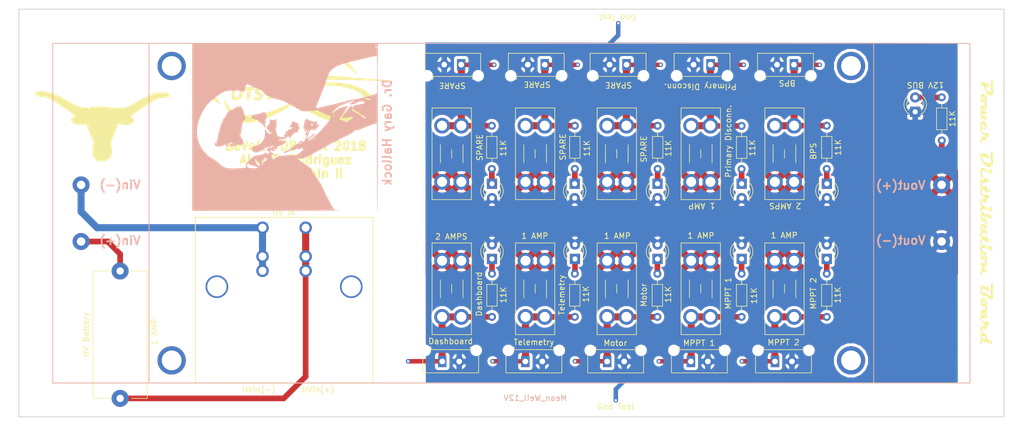
<source format=kicad_pcb>
(kicad_pcb (version 20171130) (host pcbnew "(5.0.0)")
  (layers (0 F.Cu signal) (31 B.Cu power) (34 B.Paste user) (35 F.Paste user) (36 B.SilkS user) (37 F.SilkS user) (38 B.Mask user) (39 F.Mask user) (44 Edge.Cuts user))
  (net 0 "")
  (net 1 "Net-(D1-Pad1)")
  (net 2 "Net-(F1-Pad1)")
  (net 3 "Net-(F1-Pad2)")
  (net 4 "Net-(J1-Pad1)")
  (net 5 /DC+)
  (net 6 "Net-(D1-Pad2)")
  (net 7 "Net-(D2-Pad2)")
  (net 8 "Net-(D3-Pad2)")
  (net 9 "Net-(D4-Pad2)")
  (net 10 "Net-(D5-Pad2)")
  (net 11 "Net-(D6-Pad2)")
  (net 12 "Net-(D7-Pad2)")
  (net 13 "Net-(D8-Pad2)")
  (net 14 "Net-(D9-Pad2)")
  (net 15 "Net-(D10-Pad2)")
  (net 16 "Net-(D11-Pad2)")
  (net 17 "Net-(F2-Pad2)")
  (net 18 "Net-(F3-Pad2)")
  (net 19 "Net-(F4-Pad2)")
  (net 20 "Net-(F5-Pad2)")
  (net 21 "Net-(F6-Pad2)")
  (net 22 "Net-(F7-Pad2)")
  (net 23 "Net-(F8-Pad2)")
  (net 24 "Net-(F9-Pad2)")
  (net 25 "Net-(F10-Pad2)")
  (net 26 "Net-(F11-Pad2)")
  (module "Power Board Parts:Longhorn" (layer F.Cu) (at 65.7098 75.5904)
    (fp_text reference G*** hide)
    (fp_text value LOGO hide)
  )
  (module "Power Board Parts:PhoenixContact_PC_2-GF_2x7.62" (layer F.Cu) (at 94.03588 93.59392)
    (fp_text reference J1)
    (fp_text value "HV in" (at 3.7592 -2.6416) (layer F.SilkS))
    (pad "" np_thru_hole circle (at 15.68 10.42) (size 4 4) (drill 3.4) (layers *.Cu *.Mask))
    (pad "" np_thru_hole circle (at -8.06 10.42) (size 4 4) (drill 3.4) (layers *.Cu *.Mask))
    (pad 2 thru_hole circle (at 7.62 7.62) (size 2.2 2.2) (drill 1.4) (layers *.Cu *.Mask) (net 3 "Net-(F1-Pad2)"))
    (pad 2 thru_hole circle (at 7.62 5.08) (size 2.2 2.2) (drill 1.4) (layers *.Cu *.Mask) (net 3 "Net-(F1-Pad2)"))
    (pad 1 thru_hole circle (at 0 7.62) (size 2.2 2.2) (drill 1.4) (layers *.Cu *.Mask) (net 4 "Net-(J1-Pad1)"))
    (pad 1 thru_hole circle (at 0 5.08) (size 2.2 2.2) (drill 1.4) (layers *.Cu *.Mask) (net 4 "Net-(J1-Pad1)"))
    (pad 2 thru_hole circle (at 7.62 0) (size 2.2 2.2) (drill 1.4) (layers *.Cu *.Mask) (net 3 "Net-(F1-Pad2)"))
    (pad 1 thru_hole circle (at 0 0) (size 2.2 2.2) (drill 1.4) (layers *.Cu *.Mask) (net 4 "Net-(J1-Pad1)"))
  )
  (module "Power Board Parts:Hallock" (layer B.Cu) (at 97.9678 75.7936 270)
    (fp_text reference G*** hide)
    (fp_text value LOGO hide)
  )
  (module "Power Board Parts:DC-DC Converter 12V" (layer B.Cu) (at 73.9902 121.031)
    (fp_text reference U1)
    (fp_text value Mean_Well_12V (at 68.2244 2.6416) (layer B.SilkS) (effects (justify mirror)))
    (pad 2 thru_hole circle (at -12 -35) (size 3 3) (drill 1.5) (layers *.Cu *.Mask) (net 4 "Net-(J1-Pad1)"))
    (pad 1 thru_hole circle (at -12 -25) (size 3 3) (drill 1.5) (layers *.Cu *.Mask) (net 2 "Net-(F1-Pad1)"))
    (pad "" np_thru_hole circle (at 124 -56) (size 5 5) (drill 3.5) (layers *.Cu *.Mask))
    (pad "" np_thru_hole circle (at 4 -4) (size 5 5) (drill 3.5) (layers *.Cu *.Mask))
    (pad "" np_thru_hole circle (at 4 -56) (size 5 5) (drill 3.5) (layers *.Cu *.Mask))
    (pad "" np_thru_hole circle (at 124 -4) (size 5 5) (drill 3.5) (layers *.Cu *.Mask))
    (pad 3 thru_hole circle (at 140 -35) (size 3 3) (drill 1.5) (layers *.Cu *.Mask) (net 5 /DC+))
    (pad 4 thru_hole circle (at 140 -25) (size 3 3) (drill 1.5) (layers *.Cu *.Mask) (net 1 "Net-(D1-Pad1)"))
  )
  (module "Power Board Parts:Logo" (layer F.Cu) (at 99.6696 68.6054)
    (fp_text reference G*** hide)
    (fp_text value LOGO hide)
  )
  (module MountingHole:MountingHole_3.7mm (layer F.Cu) (at 55.00624 58.92292)
    (fp_text reference REF**)
    (fp_text value MountingHole_3mm)
    (pad "" np_thru_hole circle (at 0 0) (size 3 3) (drill 3) (layers *.Cu *.Mask))
  )
  (module MountingHole:MountingHole_3.7mm (layer F.Cu) (at 221.14764 58.92292)
    (fp_text reference REF**)
    (fp_text value MountingHole_3mm)
    (pad "" np_thru_hole circle (at 0 0) (size 3 3) (drill 3) (layers *.Cu *.Mask))
  )
  (module MountingHole:MountingHole_3.7mm (layer F.Cu) (at 221.22384 122.90044)
    (fp_text reference REF**)
    (fp_text value MountingHole_3mm)
    (pad "" np_thru_hole circle (at 0 0) (size 3 3) (drill 3) (layers *.Cu *.Mask))
  )
  (module MountingHole:MountingHole_3.7mm (layer F.Cu) (at 55.00624 122.90044)
    (fp_text reference REF**)
    (fp_text value MountingHole_3mm)
    (pad "" np_thru_hole circle (at 0 0) (size 3 3) (drill 3) (layers *.Cu *.Mask))
  )
  (module Resistor_THT:R_Axial_DIN0204_L3.6mm_D1.6mm_P7.62mm_Horizontal (layer F.Cu) (at 134.5692 109.347 90)
    (fp_text reference R1)
    (fp_text value 11K (at 3.8608 2.0066 90) (layer F.SilkS))
    (pad 2 thru_hole oval (at 7.62 0 90) (size 1.4 1.4) (drill 0.7) (layers *.Cu *.Mask) (net 6 "Net-(D1-Pad2)"))
    (pad 1 thru_hole circle (at 0 0 90) (size 1.4 1.4) (drill 0.7) (layers *.Cu *.Mask) (net 17 "Net-(F2-Pad2)"))
  )
  (module Resistor_THT:R_Axial_DIN0204_L3.6mm_D1.6mm_P7.62mm_Horizontal (layer F.Cu) (at 149.1996 109.347 90)
    (fp_text reference R2)
    (fp_text value 11K (at 4.0132 1.9558 90) (layer F.SilkS))
    (pad 1 thru_hole circle (at 0 0 90) (size 1.4 1.4) (drill 0.7) (layers *.Cu *.Mask) (net 18 "Net-(F3-Pad2)"))
    (pad 2 thru_hole oval (at 7.62 0 90) (size 1.4 1.4) (drill 0.7) (layers *.Cu *.Mask) (net 7 "Net-(D2-Pad2)"))
  )
  (module Resistor_THT:R_Axial_DIN0204_L3.6mm_D1.6mm_P7.62mm_Horizontal (layer F.Cu) (at 163.7792 109.347 90)
    (fp_text reference R3)
    (fp_text value 11K (at 3.9624 1.905 90) (layer F.SilkS))
    (pad 2 thru_hole oval (at 7.62 0 90) (size 1.4 1.4) (drill 0.7) (layers *.Cu *.Mask) (net 8 "Net-(D3-Pad2)"))
    (pad 1 thru_hole circle (at 0 0 90) (size 1.4 1.4) (drill 0.7) (layers *.Cu *.Mask) (net 19 "Net-(F4-Pad2)"))
  )
  (module Resistor_THT:R_Axial_DIN0204_L3.6mm_D1.6mm_P7.62mm_Horizontal (layer F.Cu) (at 178.6636 109.347 90)
    (fp_text reference R4)
    (fp_text value 11K (at 3.7338 2.1844 90) (layer F.SilkS))
    (pad 1 thru_hole circle (at 0 0 90) (size 1.4 1.4) (drill 0.7) (layers *.Cu *.Mask) (net 20 "Net-(F5-Pad2)"))
    (pad 2 thru_hole oval (at 7.62 0 90) (size 1.4 1.4) (drill 0.7) (layers *.Cu *.Mask) (net 9 "Net-(D4-Pad2)"))
  )
  (module Resistor_THT:R_Axial_DIN0204_L3.6mm_D1.6mm_P7.62mm_Horizontal (layer F.Cu) (at 193.7004 109.347 90)
    (fp_text reference R5)
    (fp_text value 11K (at 3.8608 1.9304 90) (layer F.SilkS))
    (pad 2 thru_hole oval (at 7.62 0 90) (size 1.4 1.4) (drill 0.7) (layers *.Cu *.Mask) (net 10 "Net-(D5-Pad2)"))
    (pad 1 thru_hole circle (at 0 0 90) (size 1.4 1.4) (drill 0.7) (layers *.Cu *.Mask) (net 21 "Net-(F6-Pad2)"))
  )
  (module Resistor_THT:R_Axial_DIN0204_L3.6mm_D1.6mm_P7.62mm_Horizontal (layer F.Cu) (at 193.7004 75.5904 270)
    (fp_text reference R6)
    (fp_text value 11K (at 3.8354 -2.0066 270) (layer F.SilkS))
    (pad 2 thru_hole oval (at 7.62 0 270) (size 1.4 1.4) (drill 0.7) (layers *.Cu *.Mask) (net 11 "Net-(D6-Pad2)"))
    (pad 1 thru_hole circle (at 0 0 270) (size 1.4 1.4) (drill 0.7) (layers *.Cu *.Mask) (net 22 "Net-(F7-Pad2)"))
  )
  (module Resistor_THT:R_Axial_DIN0204_L3.6mm_D1.6mm_P7.62mm_Horizontal (layer F.Cu) (at 178.6636 75.6158 270)
    (fp_text reference R7)
    (fp_text value 11K (at 3.8862 -1.8796 270) (layer F.SilkS))
    (pad 1 thru_hole circle (at 0 0 270) (size 1.4 1.4) (drill 0.7) (layers *.Cu *.Mask) (net 23 "Net-(F8-Pad2)"))
    (pad 2 thru_hole oval (at 7.62 0 270) (size 1.4 1.4) (drill 0.7) (layers *.Cu *.Mask) (net 12 "Net-(D7-Pad2)"))
  )
  (module Resistor_THT:R_Axial_DIN0204_L3.6mm_D1.6mm_P7.62mm_Horizontal (layer F.Cu) (at 163.83 75.5904 270)
    (fp_text reference R8)
    (fp_text value 11K (at 3.9878 -1.8796 270) (layer F.SilkS))
    (pad 2 thru_hole oval (at 7.62 0 270) (size 1.4 1.4) (drill 0.7) (layers *.Cu *.Mask) (net 13 "Net-(D8-Pad2)"))
    (pad 1 thru_hole circle (at 0 0 270) (size 1.4 1.4) (drill 0.7) (layers *.Cu *.Mask) (net 24 "Net-(F9-Pad2)"))
  )
  (module Resistor_THT:R_Axial_DIN0204_L3.6mm_D1.6mm_P7.62mm_Horizontal (layer F.Cu) (at 149.1996 75.5904 270)
    (fp_text reference R9)
    (fp_text value 11K (at 3.9878 -2.1082 270) (layer F.SilkS))
    (pad 1 thru_hole circle (at 0 0 270) (size 1.4 1.4) (drill 0.7) (layers *.Cu *.Mask) (net 25 "Net-(F10-Pad2)"))
    (pad 2 thru_hole oval (at 7.62 0 270) (size 1.4 1.4) (drill 0.7) (layers *.Cu *.Mask) (net 14 "Net-(D9-Pad2)"))
  )
  (module Resistor_THT:R_Axial_DIN0204_L3.6mm_D1.6mm_P7.62mm_Horizontal (layer F.Cu) (at 134.5438 75.5904 270)
    (fp_text reference R10)
    (fp_text value 11K (at 3.9624 -2.0066 270) (layer F.SilkS))
    (pad 2 thru_hole oval (at 7.62 0 270) (size 1.4 1.4) (drill 0.7) (layers *.Cu *.Mask) (net 15 "Net-(D10-Pad2)"))
    (pad 1 thru_hole circle (at 0 0 270) (size 1.4 1.4) (drill 0.7) (layers *.Cu *.Mask) (net 26 "Net-(F11-Pad2)"))
  )
  (module Connector_Molex:Molex_Micro-Fit_3.0_43650-0215_1x02_P3.00mm_Vertical (layer F.Cu) (at 187.9092 64.7954 180)
    (fp_text reference J7)
    (fp_text value BPS (at 1.20396 -3.26644 180 unlocked) (layer F.SilkS))
    (pad "" np_thru_hole circle (at -3 -1.96 180) (size 1 1) (drill 1) (layers *.Cu *.Mask))
    (pad "" np_thru_hole circle (at 6 -1.96 180) (size 1 1) (drill 1) (layers *.Cu *.Mask))
    (pad 1 thru_hole rect (at 0 0 180) (size 1.5 2) (drill 1) (layers *.Cu *.Mask) (net 22 "Net-(F7-Pad2)"))
    (pad 2 thru_hole oval (at 3 0 180) (size 1.5 2) (drill 1) (layers *.Cu *.Mask) (net 1 "Net-(D1-Pad1)"))
  )
  (module Fuse:Fuseholder_Blade_Mini_Keystone_3568 (layer F.Cu) (at 154.9146 85.4964 90)
    (fp_text reference F9)
    (fp_text value SPARE (at 5.7912 6.477 90) (layer F.SilkS))
    (pad 2 thru_hole circle (at 9.92 3.4 90) (size 2.78 2.78) (drill 1.78) (layers *.Cu *.Mask) (net 24 "Net-(F9-Pad2)"))
    (pad 2 thru_hole circle (at 9.92 0 90) (size 2.78 2.78) (drill 1.78) (layers *.Cu *.Mask) (net 24 "Net-(F9-Pad2)"))
    (pad 1 thru_hole circle (at 0 3.4 90) (size 2.78 2.78) (drill 1.78) (layers *.Cu *.Mask) (net 5 /DC+))
    (pad 1 thru_hole circle (at 0 0 90) (size 2.78 2.78) (drill 1.78) (layers *.Cu *.Mask) (net 5 /DC+))
  )
  (module Connector_Molex:Molex_Micro-Fit_3.0_43650-0215_1x02_P3.00mm_Vertical (layer F.Cu) (at 143.891 64.7954 180)
    (fp_text reference J10)
    (fp_text value SPARE (at 1.35128 -3.5052 180 unlocked) (layer F.SilkS))
    (pad 2 thru_hole oval (at 3 0 180) (size 1.5 2) (drill 1) (layers *.Cu *.Mask) (net 1 "Net-(D1-Pad1)"))
    (pad 1 thru_hole rect (at 0 0 180) (size 1.5 2) (drill 1) (layers *.Cu *.Mask) (net 25 "Net-(F10-Pad2)"))
    (pad "" np_thru_hole circle (at 6 -1.96 180) (size 1 1) (drill 1) (layers *.Cu *.Mask))
    (pad "" np_thru_hole circle (at -3 -1.96 180) (size 1 1) (drill 1) (layers *.Cu *.Mask))
  )
  (module Fuse:Fuseholder_Blade_Mini_Keystone_3568 (layer F.Cu) (at 140.4874 85.4964 90)
    (fp_text reference F10)
    (fp_text value SPARE (at 6.1722 6.604 90) (layer F.SilkS))
    (pad 2 thru_hole circle (at 9.92 3.4 90) (size 2.78 2.78) (drill 1.78) (layers *.Cu *.Mask) (net 25 "Net-(F10-Pad2)"))
    (pad 2 thru_hole circle (at 9.92 0 90) (size 2.78 2.78) (drill 1.78) (layers *.Cu *.Mask) (net 25 "Net-(F10-Pad2)"))
    (pad 1 thru_hole circle (at 0 3.4 90) (size 2.78 2.78) (drill 1.78) (layers *.Cu *.Mask) (net 5 /DC+))
    (pad 1 thru_hole circle (at 0 0 90) (size 2.78 2.78) (drill 1.78) (layers *.Cu *.Mask) (net 5 /DC+))
  )
  (module LED_THT:LED_D3.0mm (layer F.Cu) (at 134.5692 88.3666 90)
    (fp_text reference D10)
    (fp_text value LED)
    (pad 2 thru_hole rect (at 2.54 0 90) (size 1.8 1.8) (drill 0.9) (layers *.Cu *.Mask) (net 15 "Net-(D10-Pad2)"))
    (pad 1 thru_hole circle (at 0 0 90) (size 1.8 1.8) (drill 0.9) (layers *.Cu *.Mask) (net 1 "Net-(D1-Pad1)"))
  )
  (module LED_THT:LED_D3.0mm (layer F.Cu) (at 134.5692 96.5708 270)
    (fp_text reference D1)
    (fp_text value LED)
    (pad 1 thru_hole circle (at 0 0 270) (size 1.8 1.8) (drill 0.9) (layers *.Cu *.Mask) (net 1 "Net-(D1-Pad1)"))
    (pad 2 thru_hole rect (at 2.54 0 270) (size 1.8 1.8) (drill 0.9) (layers *.Cu *.Mask) (net 6 "Net-(D1-Pad2)"))
  )
  (module LED_THT:LED_D3.0mm (layer F.Cu) (at 149.225 96.5708 270)
    (fp_text reference D2)
    (fp_text value LED)
    (pad 2 thru_hole rect (at 2.54 0 270) (size 1.8 1.8) (drill 0.9) (layers *.Cu *.Mask) (net 7 "Net-(D2-Pad2)"))
    (pad 1 thru_hole circle (at 0 0 270) (size 1.8 1.8) (drill 0.9) (layers *.Cu *.Mask) (net 1 "Net-(D1-Pad1)"))
  )
  (module LED_THT:LED_D3.0mm (layer F.Cu) (at 163.8046 96.5708 270)
    (fp_text reference D3)
    (fp_text value LED)
    (pad 2 thru_hole rect (at 2.54 0 270) (size 1.8 1.8) (drill 0.9) (layers *.Cu *.Mask) (net 8 "Net-(D3-Pad2)"))
    (pad 1 thru_hole circle (at 0 0 270) (size 1.8 1.8) (drill 0.9) (layers *.Cu *.Mask) (net 1 "Net-(D1-Pad1)"))
  )
  (module LED_THT:LED_D3.0mm (layer F.Cu) (at 178.6636 96.5708 270)
    (fp_text reference D4)
    (fp_text value LED)
    (pad 1 thru_hole circle (at 0 0 270) (size 1.8 1.8) (drill 0.9) (layers *.Cu *.Mask) (net 1 "Net-(D1-Pad1)"))
    (pad 2 thru_hole rect (at 2.54 0 270) (size 1.8 1.8) (drill 0.9) (layers *.Cu *.Mask) (net 9 "Net-(D4-Pad2)"))
  )
  (module LED_THT:LED_D3.0mm (layer F.Cu) (at 193.7004 96.5708 270)
    (fp_text reference D5)
    (fp_text value LED)
    (pad 2 thru_hole rect (at 2.54 0 270) (size 1.8 1.8) (drill 0.9) (layers *.Cu *.Mask) (net 10 "Net-(D5-Pad2)"))
    (pad 1 thru_hole circle (at 0 0 270) (size 1.8 1.8) (drill 0.9) (layers *.Cu *.Mask) (net 1 "Net-(D1-Pad1)"))
  )
  (module LED_THT:LED_D3.0mm (layer F.Cu) (at 193.7258 88.3666 90)
    (fp_text reference D6)
    (fp_text value LED)
    (pad 2 thru_hole rect (at 2.54 0 90) (size 1.8 1.8) (drill 0.9) (layers *.Cu *.Mask) (net 11 "Net-(D6-Pad2)"))
    (pad 1 thru_hole circle (at 0 0 90) (size 1.8 1.8) (drill 0.9) (layers *.Cu *.Mask) (net 1 "Net-(D1-Pad1)"))
  )
  (module LED_THT:LED_D3.0mm (layer F.Cu) (at 178.6636 88.3666 90)
    (fp_text reference D7)
    (fp_text value LED)
    (pad 1 thru_hole circle (at 0 0 90) (size 1.8 1.8) (drill 0.9) (layers *.Cu *.Mask) (net 1 "Net-(D1-Pad1)"))
    (pad 2 thru_hole rect (at 2.54 0 90) (size 1.8 1.8) (drill 0.9) (layers *.Cu *.Mask) (net 12 "Net-(D7-Pad2)"))
  )
  (module LED_THT:LED_D3.0mm (layer F.Cu) (at 163.8046 88.3666 90)
    (fp_text reference D8)
    (fp_text value LED)
    (pad 2 thru_hole rect (at 2.54 0 90) (size 1.8 1.8) (drill 0.9) (layers *.Cu *.Mask) (net 13 "Net-(D8-Pad2)"))
    (pad 1 thru_hole circle (at 0 0 90) (size 1.8 1.8) (drill 0.9) (layers *.Cu *.Mask) (net 1 "Net-(D1-Pad1)"))
  )
  (module LED_THT:LED_D3.0mm (layer F.Cu) (at 149.1742 88.3666 90)
    (fp_text reference D9)
    (fp_text value LED)
    (pad 2 thru_hole rect (at 2.54 0 90) (size 1.8 1.8) (drill 0.9) (layers *.Cu *.Mask) (net 14 "Net-(D9-Pad2)"))
    (pad 1 thru_hole circle (at 0 0 90) (size 1.8 1.8) (drill 0.9) (layers *.Cu *.Mask) (net 1 "Net-(D1-Pad1)"))
  )
  (module Fuse:Fuseholder_Blade_Mini_Keystone_3568 (layer F.Cu) (at 129.1554 99.4283 270)
    (fp_text reference F2)
    (fp_text value Dashboard (at 5.8801 -3.1278 270) (layer F.SilkS))
    (pad 1 thru_hole circle (at 0 0 270) (size 2.78 2.78) (drill 1.78) (layers *.Cu *.Mask) (net 5 /DC+))
    (pad 1 thru_hole circle (at 0 3.4 270) (size 2.78 2.78) (drill 1.78) (layers *.Cu *.Mask) (net 5 /DC+))
    (pad 2 thru_hole circle (at 9.92 0 270) (size 2.78 2.78) (drill 1.78) (layers *.Cu *.Mask) (net 17 "Net-(F2-Pad2)"))
    (pad 2 thru_hole circle (at 9.92 3.4 270) (size 2.78 2.78) (drill 1.78) (layers *.Cu *.Mask) (net 17 "Net-(F2-Pad2)"))
  )
  (module Fuse:Fuseholder_Blade_Mini_Keystone_3568 (layer F.Cu) (at 143.8874 99.4283 270)
    (fp_text reference F3)
    (fp_text value Telemetry (at 6.0579 -3.0008 270) (layer F.SilkS))
    (pad 1 thru_hole circle (at 0 0 270) (size 2.78 2.78) (drill 1.78) (layers *.Cu *.Mask) (net 5 /DC+))
    (pad 1 thru_hole circle (at 0 3.4 270) (size 2.78 2.78) (drill 1.78) (layers *.Cu *.Mask) (net 5 /DC+))
    (pad 2 thru_hole circle (at 9.92 0 270) (size 2.78 2.78) (drill 1.78) (layers *.Cu *.Mask) (net 18 "Net-(F3-Pad2)"))
    (pad 2 thru_hole circle (at 9.92 3.4 270) (size 2.78 2.78) (drill 1.78) (layers *.Cu *.Mask) (net 18 "Net-(F3-Pad2)"))
  )
  (module Fuse:Fuseholder_Blade_Mini_Keystone_3568 (layer F.Cu) (at 158.3146 99.4283 270)
    (fp_text reference F4)
    (fp_text value Motor (at 6.0579 -3.077 270) (layer F.SilkS))
    (pad 2 thru_hole circle (at 9.92 3.4 270) (size 2.78 2.78) (drill 1.78) (layers *.Cu *.Mask) (net 19 "Net-(F4-Pad2)"))
    (pad 2 thru_hole circle (at 9.92 0 270) (size 2.78 2.78) (drill 1.78) (layers *.Cu *.Mask) (net 19 "Net-(F4-Pad2)"))
    (pad 1 thru_hole circle (at 0 3.4 270) (size 2.78 2.78) (drill 1.78) (layers *.Cu *.Mask) (net 5 /DC+))
    (pad 1 thru_hole circle (at 0 0 270) (size 2.78 2.78) (drill 1.78) (layers *.Cu *.Mask) (net 5 /DC+))
  )
  (module Fuse:Fuseholder_Blade_Mini_Keystone_3568 (layer F.Cu) (at 173.1484 99.4283 270)
    (fp_text reference F5)
    (fp_text value "MPPT 1" (at 5.7531 -3.153 270) (layer F.SilkS))
    (pad 1 thru_hole circle (at 0 0 270) (size 2.78 2.78) (drill 1.78) (layers *.Cu *.Mask) (net 5 /DC+))
    (pad 1 thru_hole circle (at 0 3.4 270) (size 2.78 2.78) (drill 1.78) (layers *.Cu *.Mask) (net 5 /DC+))
    (pad 2 thru_hole circle (at 9.92 0 270) (size 2.78 2.78) (drill 1.78) (layers *.Cu *.Mask) (net 20 "Net-(F5-Pad2)"))
    (pad 2 thru_hole circle (at 9.92 3.4 270) (size 2.78 2.78) (drill 1.78) (layers *.Cu *.Mask) (net 20 "Net-(F5-Pad2)"))
  )
  (module Fuse:Fuseholder_Blade_Mini_Keystone_3568 (layer F.Cu) (at 187.931 99.4283 270)
    (fp_text reference F6)
    (fp_text value "MPPT 2" (at 5.7785 -3.4072 90 unlocked) (layer F.SilkS))
    (pad 1 thru_hole circle (at 0 0 270) (size 2.78 2.78) (drill 1.78) (layers *.Cu *.Mask) (net 5 /DC+))
    (pad 1 thru_hole circle (at 0 3.4 270) (size 2.78 2.78) (drill 1.78) (layers *.Cu *.Mask) (net 5 /DC+))
    (pad 2 thru_hole circle (at 9.92 0 270) (size 2.78 2.78) (drill 1.78) (layers *.Cu *.Mask) (net 21 "Net-(F6-Pad2)"))
    (pad 2 thru_hole circle (at 9.92 3.4 270) (size 2.78 2.78) (drill 1.78) (layers *.Cu *.Mask) (net 21 "Net-(F6-Pad2)"))
  )
  (module Fuse:Fuseholder_Blade_Mini_Keystone_3568 (layer F.Cu) (at 184.531 85.4964 90)
    (fp_text reference F7)
    (fp_text value BPS (at 5.4102 6.8072 90) (layer F.SilkS))
    (pad 2 thru_hole circle (at 9.92 3.4 90) (size 2.78 2.78) (drill 1.78) (layers *.Cu *.Mask) (net 22 "Net-(F7-Pad2)"))
    (pad 2 thru_hole circle (at 9.92 0 90) (size 2.78 2.78) (drill 1.78) (layers *.Cu *.Mask) (net 22 "Net-(F7-Pad2)"))
    (pad 1 thru_hole circle (at 0 3.4 90) (size 2.78 2.78) (drill 1.78) (layers *.Cu *.Mask) (net 5 /DC+))
    (pad 1 thru_hole circle (at 0 0 90) (size 2.78 2.78) (drill 1.78) (layers *.Cu *.Mask) (net 5 /DC+))
  )
  (module Fuse:Fuseholder_Blade_Mini_Keystone_3568 (layer F.Cu) (at 169.7484 85.4964 90)
    (fp_text reference F8)
    (fp_text value "Primary Disconn." (at 7.1628 6.5784 90) (layer F.SilkS))
    (pad 2 thru_hole circle (at 9.92 3.4 90) (size 2.78 2.78) (drill 1.78) (layers *.Cu *.Mask) (net 23 "Net-(F8-Pad2)"))
    (pad 2 thru_hole circle (at 9.92 0 90) (size 2.78 2.78) (drill 1.78) (layers *.Cu *.Mask) (net 23 "Net-(F8-Pad2)"))
    (pad 1 thru_hole circle (at 0 3.4 90) (size 2.78 2.78) (drill 1.78) (layers *.Cu *.Mask) (net 5 /DC+))
    (pad 1 thru_hole circle (at 0 0 90) (size 2.78 2.78) (drill 1.78) (layers *.Cu *.Mask) (net 5 /DC+))
  )
  (module Connector_Molex:Molex_Micro-Fit_3.0_43650-0215_1x02_P3.00mm_Vertical (layer F.Cu) (at 125.7808 117.221)
    (fp_text reference J2)
    (fp_text value Dashboard (at 1.48336 -3.57124) (layer F.SilkS))
    (pad "" np_thru_hole circle (at -3 -1.96) (size 1 1) (drill 1) (layers *.Cu *.Mask))
    (pad "" np_thru_hole circle (at 6 -1.96) (size 1 1) (drill 1) (layers *.Cu *.Mask))
    (pad 1 thru_hole rect (at 0 0) (size 1.5 2) (drill 1) (layers *.Cu *.Mask) (net 17 "Net-(F2-Pad2)"))
    (pad 2 thru_hole oval (at 3 0) (size 1.5 2) (drill 1) (layers *.Cu *.Mask) (net 1 "Net-(D1-Pad1)"))
  )
  (module Connector_Molex:Molex_Micro-Fit_3.0_43650-0215_1x02_P3.00mm_Vertical (layer F.Cu) (at 140.462 117.221)
    (fp_text reference J3)
    (fp_text value Telemetry (at 1.4986 -3.39852) (layer F.SilkS))
    (pad 2 thru_hole oval (at 3 0) (size 1.5 2) (drill 1) (layers *.Cu *.Mask) (net 1 "Net-(D1-Pad1)"))
    (pad 1 thru_hole rect (at 0 0) (size 1.5 2) (drill 1) (layers *.Cu *.Mask) (net 18 "Net-(F3-Pad2)"))
    (pad "" np_thru_hole circle (at 6 -1.96) (size 1 1) (drill 1) (layers *.Cu *.Mask))
    (pad "" np_thru_hole circle (at -3 -1.96) (size 1 1) (drill 1) (layers *.Cu *.Mask))
  )
  (module Connector_Molex:Molex_Micro-Fit_3.0_43650-0215_1x02_P3.00mm_Vertical (layer F.Cu) (at 154.9146 117.221)
    (fp_text reference J4)
    (fp_text value Motor (at 1.4478 -3.26136) (layer F.SilkS))
    (pad 2 thru_hole oval (at 3 0) (size 1.5 2) (drill 1) (layers *.Cu *.Mask) (net 1 "Net-(D1-Pad1)"))
    (pad 1 thru_hole rect (at 0 0) (size 1.5 2) (drill 1) (layers *.Cu *.Mask) (net 19 "Net-(F4-Pad2)"))
    (pad "" np_thru_hole circle (at 6 -1.96) (size 1 1) (drill 1) (layers *.Cu *.Mask))
    (pad "" np_thru_hole circle (at -3 -1.96) (size 1 1) (drill 1) (layers *.Cu *.Mask))
  )
  (module Connector_Molex:Molex_Micro-Fit_3.0_43650-0215_1x02_P3.00mm_Vertical (layer F.Cu) (at 169.6974 117.221)
    (fp_text reference J5)
    (fp_text value "MPPT 1" (at 1.45288 -3.25628) (layer F.SilkS))
    (pad 2 thru_hole oval (at 3 0) (size 1.5 2) (drill 1) (layers *.Cu *.Mask) (net 1 "Net-(D1-Pad1)"))
    (pad 1 thru_hole rect (at 0 0) (size 1.5 2) (drill 1) (layers *.Cu *.Mask) (net 20 "Net-(F5-Pad2)"))
    (pad "" np_thru_hole circle (at 6 -1.96) (size 1 1) (drill 1) (layers *.Cu *.Mask))
    (pad "" np_thru_hole circle (at -3 -1.96) (size 1 1) (drill 1) (layers *.Cu *.Mask))
  )
  (module Connector_Molex:Molex_Micro-Fit_3.0_43650-0215_1x02_P3.00mm_Vertical (layer F.Cu) (at 184.5564 117.221)
    (fp_text reference J6)
    (fp_text value "MPPT 2" (at 1.50368 -3.35788 180) (layer F.SilkS))
    (pad 2 thru_hole oval (at 3 0) (size 1.5 2) (drill 1) (layers *.Cu *.Mask) (net 1 "Net-(D1-Pad1)"))
    (pad 1 thru_hole rect (at 0 0) (size 1.5 2) (drill 1) (layers *.Cu *.Mask) (net 21 "Net-(F6-Pad2)"))
    (pad "" np_thru_hole circle (at 6 -1.96) (size 1 1) (drill 1) (layers *.Cu *.Mask))
    (pad "" np_thru_hole circle (at -3 -1.96) (size 1 1) (drill 1) (layers *.Cu *.Mask))
  )
  (module Connector_Molex:Molex_Micro-Fit_3.0_43650-0215_1x02_P3.00mm_Vertical (layer F.Cu) (at 173.1772 64.7954 180)
    (fp_text reference J8)
    (fp_text value "Primary Disconn." (at 1.79832 -3.88112 180 unlocked) (layer F.SilkS))
    (pad "" np_thru_hole circle (at -3 -1.96 180) (size 1 1) (drill 1) (layers *.Cu *.Mask))
    (pad "" np_thru_hole circle (at 6 -1.96 180) (size 1 1) (drill 1) (layers *.Cu *.Mask))
    (pad 1 thru_hole rect (at 0 0 180) (size 1.5 2) (drill 1) (layers *.Cu *.Mask) (net 23 "Net-(F8-Pad2)"))
    (pad 2 thru_hole oval (at 3 0 180) (size 1.5 2) (drill 1) (layers *.Cu *.Mask) (net 1 "Net-(D1-Pad1)"))
  )
  (module Connector_Molex:Molex_Micro-Fit_3.0_43650-0215_1x02_P3.00mm_Vertical (layer F.Cu) (at 158.3436 64.7954 180)
    (fp_text reference J9)
    (fp_text value SPARE (at 1.4228 -3.61696 180 unlocked) (layer F.SilkS))
    (pad 2 thru_hole oval (at 3 0 180) (size 1.5 2) (drill 1) (layers *.Cu *.Mask) (net 1 "Net-(D1-Pad1)"))
    (pad 1 thru_hole rect (at 0 0 180) (size 1.5 2) (drill 1) (layers *.Cu *.Mask) (net 24 "Net-(F9-Pad2)"))
    (pad "" np_thru_hole circle (at 6 -1.96 180) (size 1 1) (drill 1) (layers *.Cu *.Mask))
    (pad "" np_thru_hole circle (at -3 -1.96 180) (size 1 1) (drill 1) (layers *.Cu *.Mask))
  )
  (module Fuse:Fuseholder_Blade_Mini_Keystone_3568 (layer F.Cu) (at 125.7554 85.4964 90)
    (fp_text reference F11)
    (fp_text value SPARE (at 6.0706 6.6548 90) (layer F.SilkS))
    (pad 2 thru_hole circle (at 9.92 3.4 90) (size 2.78 2.78) (drill 1.78) (layers *.Cu *.Mask) (net 26 "Net-(F11-Pad2)"))
    (pad 2 thru_hole circle (at 9.92 0 90) (size 2.78 2.78) (drill 1.78) (layers *.Cu *.Mask) (net 26 "Net-(F11-Pad2)"))
    (pad 1 thru_hole circle (at 0 3.4 90) (size 2.78 2.78) (drill 1.78) (layers *.Cu *.Mask) (net 5 /DC+))
    (pad 1 thru_hole circle (at 0 0 90) (size 2.78 2.78) (drill 1.78) (layers *.Cu *.Mask) (net 5 /DC+))
  )
  (module Connector_Molex:Molex_Micro-Fit_3.0_43650-0215_1x02_P3.00mm_Vertical (layer F.Cu) (at 129.1336 64.7954 180)
    (fp_text reference J11)
    (fp_text value SPARE (at 1.57988 -3.683 180 unlocked) (layer F.SilkS))
    (pad 2 thru_hole oval (at 3 0 180) (size 1.5 2) (drill 1) (layers *.Cu *.Mask) (net 1 "Net-(D1-Pad1)"))
    (pad 1 thru_hole rect (at 0 0 180) (size 1.5 2) (drill 1) (layers *.Cu *.Mask) (net 26 "Net-(F11-Pad2)"))
    (pad "" np_thru_hole circle (at 6 -1.96 180) (size 1 1) (drill 1) (layers *.Cu *.Mask))
    (pad "" np_thru_hole circle (at -3 -1.96 180) (size 1 1) (drill 1) (layers *.Cu *.Mask))
  )
  (module LED_THT:LED_D3.0mm (layer F.Cu) (at 209.3214 73.1266 90)
    (fp_text reference D11)
    (fp_text value LED)
    (pad 1 thru_hole rect (at 0 0 90) (size 1.8 1.8) (drill 0.9) (layers *.Cu *.Mask) (net 1 "Net-(D1-Pad1)"))
    (pad 2 thru_hole circle (at 2.54 0 90) (size 1.8 1.8) (drill 0.9) (layers *.Cu *.Mask) (net 16 "Net-(D11-Pad2)"))
  )
  (module Resistor_THT:R_Axial_DIN0204_L3.6mm_D1.6mm_P7.62mm_Horizontal (layer F.Cu) (at 214.0204 78.1812 90)
    (fp_text reference R11)
    (fp_text value 11K (at 3.8354 1.8542 90) (layer F.SilkS))
    (pad 1 thru_hole circle (at 0 0 90) (size 1.4 1.4) (drill 0.7) (layers *.Cu *.Mask) (net 5 /DC+))
    (pad 2 thru_hole oval (at 7.62 0 90) (size 1.4 1.4) (drill 0.7) (layers *.Cu *.Mask) (net 16 "Net-(D11-Pad2)"))
  )
  (module "Power Board Parts:Title" (layer F.Cu) (at 210.2612 104.0638 270)
    (fp_text reference G*** hide)
    (fp_text value LOGO hide)
  )
  (module Fuse:Fuseholder_Cylinder-5x20mm_Schurter_0031_8201_Horizontal_Open (layer F.Cu) (at 68.8848 101.2444 270)
    (fp_text reference F1)
    (fp_text value "HV Battery" (at 11.25 6 270) (layer F.SilkS))
    (pad 1 thru_hole circle (at 0 0 270) (size 3 3) (drill 1.3) (layers *.Cu *.Mask) (net 2 "Net-(F1-Pad1)"))
    (pad 2 thru_hole circle (at 22.5 0 270) (size 3 3) (drill 1.3) (layers *.Cu *.Mask) (net 3 "Net-(F1-Pad2)"))
    (pad "" np_thru_hole circle (at 11.25 0 270) (size 2.7 2.7) (drill 2.7) (layers *.Cu *.Mask))
  )
  (gr_text "1 AMP" (at 171.6024 89.7382 180) (layer F.SilkS) (effects (font (size 1 1))))
  (gr_text "1 AMP" (at 186.182 94.9452) (layer F.SilkS) (effects (font (size 1 1))))
  (gr_text "1 AMP" (at 171.4754 94.996) (layer F.SilkS) (effects (font (size 1 1))))
  (gr_text "1 AMP" (at 142.1384 95.0468) (layer F.SilkS) (effects (font (size 1 1))))
  (gr_text "2 AMPS" (at 127.381 95.1738) (layer F.SilkS) (effects (font (size 1 1))))
  (gr_text "1 AMP" (at 156.718 95.0468) (layer F.SilkS) (effects (font (size 1 1))))
  (gr_text "2 AMPS" (at 186.3598 89.7382 180) (layer F.SilkS) (effects (font (size 1 1))))
  (gr_text "1 AMP" (at 74.9046 112.014 90) (layer F.SilkS) (effects (font (size 1 1))))
  (gr_text "Gnd Test" (at 156.7434 56.4896 180) (layer F.SilkS) (effects (font (size 1 1))))
  (gr_text "Gnd Test" (at 156.4386 125.1966) (layer F.SilkS) (effects (font (size 1 1))))
  (gr_text "HVin(+)" (at 103.8606 122.1994) (layer F.SilkS) (effects (font (size 1 1))))
  (gr_text "HVin(-)" (at 93.3958 122.1994) (layer F.SilkS) (effects (font (size 1 1))))
  (gr_text "12V BUS\n" (at 211.1248 68.4022 180) (layer F.SilkS) (effects (font (size 1 1))))
  (gr_text "Dr. Gary Hallock" (at 116.0526 76.7842 90) (layer B.SilkS) (effects (font (size 1.5 1.5) (thickness 0.3)) (justify mirror)))
  (gr_text "Vin(+)" (at 68.8594 95.885) (layer B.SilkS) (effects (font (size 1.5 1.5) (thickness 0.3)) (justify mirror)))
  (gr_text "Vin(-)" (at 68.8594 86.0298) (layer B.SilkS) (effects (font (size 1.5 1.5) (thickness 0.3)) (justify mirror)))
  (gr_text "BeVolt PDB Fall 2018\nAlex T. Rodriguez\nJames Corbin II " (at 99.8982 81.5848) (layer F.SilkS) (effects (font (size 1.5 1.5) (thickness 0.375))))
  (gr_line (start 225 55) (end 225 127) (layer Edge.Cuts) (width 0.15))
  (gr_text "Vout(-)" (at 206.756 95.8342) (layer B.SilkS) (effects (font (size 1.5 1.5) (thickness 0.3)) (justify mirror)))
  (gr_text "Vout(+)" (at 206.756 86.106) (layer B.SilkS) (effects (font (size 1.5 1.5) (thickness 0.3)) (justify mirror)))
  (gr_line (start 51 127) (end 51 55) (layer Edge.Cuts) (width 0.15))
  (gr_line (start 225 127) (end 51 127) (layer Edge.Cuts) (width 0.15))
  (gr_line (start 51 55) (end 225 55) (layer Edge.Cuts) (width 0.15))
  (via (at 156.8704 57.4802) (size 0.8) (drill 0.4) (layers F.Cu B.Cu) (net 1))
  (via (at 156.4386 124.079) (size 0.8) (drill 0.4) (layers F.Cu B.Cu) (net 1))
  (segment (start 156.4386 124.079) (end 156.4386 123.513315) (width 0.8) (layer B.Cu) (net 1))
  (segment (start 156.4386 123.513315) (end 156.4386 122.1232) (width 0.8) (layer B.Cu) (net 1))
  (segment (start 156.4386 122.1232) (end 157.9118 120.65) (width 0.8) (layer B.Cu) (net 1))
  (segment (start 156.8704 57.4802) (end 156.8704 59.5884) (width 0.8) (layer B.Cu) (net 1))
  (segment (start 156.8704 59.5884) (end 155.2702 61.1886) (width 0.8) (layer B.Cu) (net 1))
  (segment (start 66.6686 96.031) (end 61.9902 96.031) (width 1) (layer F.Cu) (net 2))
  (segment (start 68.8848 101.2444) (end 68.8848 98.2472) (width 1) (layer F.Cu) (net 2))
  (segment (start 68.8848 98.2472) (end 66.6686 96.031) (width 1) (layer F.Cu) (net 2))
  (segment (start 101.65588 93.59392) (end 101.65588 98.67392) (width 1.25) (layer F.Cu) (net 3))
  (segment (start 101.65588 98.67392) (end 101.65588 101.21392) (width 1.25) (layer F.Cu) (net 3))
  (segment (start 68.8848 123.7444) (end 97.7944 123.7444) (width 1) (layer F.Cu) (net 3))
  (segment (start 97.7944 123.7444) (end 101.6762 119.8626) (width 1) (layer F.Cu) (net 3))
  (segment (start 101.65588 119.84228) (end 101.65588 101.21392) (width 1) (layer F.Cu) (net 3))
  (segment (start 101.6762 119.8626) (end 101.65588 119.84228) (width 1) (layer F.Cu) (net 3))
  (segment (start 94.03588 93.59392) (end 94.03588 98.67392) (width 1.25) (layer B.Cu) (net 4))
  (segment (start 94.03588 98.67392) (end 94.03588 101.21392) (width 1.25) (layer B.Cu) (net 4))
  (segment (start 61.9902 90.7684) (end 61.9902 86.031) (width 1.25) (layer B.Cu) (net 4))
  (segment (start 94.03588 93.59392) (end 64.81572 93.59392) (width 1.25) (layer B.Cu) (net 4))
  (segment (start 64.81572 93.59392) (end 61.9902 90.7684) (width 1.25) (layer B.Cu) (net 4))
  (segment (start 214.0204 86.0008) (end 213.9902 86.031) (width 1) (layer F.Cu) (net 5))
  (segment (start 214.0204 78.1812) (end 214.0204 80.69072) (width 1) (layer F.Cu) (net 5))
  (segment (start 214.0204 80.69072) (end 210.2612 84.44992) (width 1) (layer F.Cu) (net 5))
  (segment (start 134.5692 101.727) (end 134.5692 99.1108) (width 1) (layer F.Cu) (net 6))
  (segment (start 149.225 101.7016) (end 149.1996 101.727) (width 1) (layer F.Cu) (net 7))
  (segment (start 149.225 99.1108) (end 149.225 101.7016) (width 1) (layer F.Cu) (net 7))
  (segment (start 163.7792 99.1362) (end 163.8046 99.1108) (width 1) (layer F.Cu) (net 8))
  (segment (start 163.7792 101.727) (end 163.7792 99.1362) (width 1) (layer F.Cu) (net 8))
  (segment (start 178.6636 101.727) (end 178.6636 99.1108) (width 1) (layer F.Cu) (net 9))
  (segment (start 193.7004 99.1362) (end 193.7004 101.727) (width 1) (layer F.Cu) (net 10))
  (segment (start 193.7004 85.8012) (end 193.7258 85.8266) (width 1) (layer F.Cu) (net 11))
  (segment (start 193.7004 83.2104) (end 193.7004 85.8012) (width 1) (layer F.Cu) (net 11))
  (segment (start 178.6636 85.852) (end 178.6636 83.2358) (width 1) (layer F.Cu) (net 12))
  (segment (start 163.83 85.8012) (end 163.8046 85.8266) (width 1) (layer F.Cu) (net 13))
  (segment (start 163.83 83.2104) (end 163.83 85.8012) (width 1) (layer F.Cu) (net 13))
  (segment (start 149.1996 85.8012) (end 149.1742 85.8266) (width 1) (layer F.Cu) (net 14))
  (segment (start 149.1996 83.2104) (end 149.1996 85.8012) (width 1) (layer F.Cu) (net 14))
  (segment (start 134.5438 85.8012) (end 134.5692 85.8266) (width 1) (layer F.Cu) (net 15))
  (segment (start 134.5438 83.2104) (end 134.5438 85.8012) (width 1) (layer F.Cu) (net 15))
  (segment (start 213.995 70.5866) (end 214.0204 70.5612) (width 1) (layer F.Cu) (net 16))
  (segment (start 209.3214 70.5866) (end 213.995 70.5866) (width 1) (layer F.Cu) (net 16))
  (via (at 119.76608 117.19052) (size 0.8) (drill 0.4) (layers F.Cu B.Cu) (net 17))
  (segment (start 125.7554 109.3483) (end 129.1554 109.3483) (width 1.25) (layer F.Cu) (net 17))
  (segment (start 134.5679 109.3483) (end 134.5692 109.347) (width 1) (layer F.Cu) (net 17))
  (segment (start 129.1554 109.3483) (end 134.5679 109.3483) (width 1) (layer F.Cu) (net 17))
  (segment (start 125.75032 117.19052) (end 125.7808 117.221) (width 1) (layer F.Cu) (net 17))
  (segment (start 119.76608 117.19052) (end 125.75032 117.19052) (width 0.8) (layer F.Cu) (net 17))
  (segment (start 125.7554 117.1956) (end 125.7808 117.221) (width 1.25) (layer F.Cu) (net 17))
  (segment (start 125.7554 109.3483) (end 125.7554 117.1956) (width 1.25) (layer F.Cu) (net 17))
  (via (at 134.6708 117.19052) (size 0.8) (drill 0.4) (layers F.Cu B.Cu) (net 18))
  (segment (start 149.1983 109.3483) (end 149.1996 109.347) (width 1) (layer F.Cu) (net 18))
  (segment (start 143.8874 109.3483) (end 149.1983 109.3483) (width 1) (layer F.Cu) (net 18))
  (segment (start 140.4874 109.3483) (end 143.8874 109.3483) (width 1.25) (layer F.Cu) (net 18))
  (segment (start 140.4874 117.1194) (end 140.462 117.1448) (width 1.25) (layer F.Cu) (net 18))
  (segment (start 140.4874 117.1956) (end 140.462 117.221) (width 1.25) (layer F.Cu) (net 18))
  (segment (start 140.4874 109.3483) (end 140.4874 117.1956) (width 1.25) (layer F.Cu) (net 18))
  (segment (start 140.43152 117.19052) (end 140.462 117.221) (width 1) (layer F.Cu) (net 18))
  (segment (start 134.6708 117.19052) (end 140.43152 117.19052) (width 0.8) (layer F.Cu) (net 18))
  (via (at 149.21484 117.19052) (size 0.8) (drill 0.4) (layers F.Cu B.Cu) (net 19))
  (segment (start 154.9146 109.3483) (end 158.3146 109.3483) (width 1.25) (layer F.Cu) (net 19))
  (segment (start 163.7779 109.3483) (end 163.7792 109.347) (width 1) (layer F.Cu) (net 19))
  (segment (start 158.3146 109.3483) (end 163.7779 109.3483) (width 1) (layer F.Cu) (net 19))
  (segment (start 154.9146 109.3483) (end 154.9146 117.221) (width 1.25) (layer F.Cu) (net 19))
  (segment (start 154.88412 117.19052) (end 154.9146 117.221) (width 1) (layer F.Cu) (net 19))
  (segment (start 149.21484 117.19052) (end 154.88412 117.19052) (width 0.8) (layer F.Cu) (net 19))
  (via (at 164.04336 117.19052) (size 0.8) (drill 0.4) (layers F.Cu B.Cu) (net 20))
  (segment (start 169.7484 117.0684) (end 169.6974 117.1194) (width 1.25) (layer F.Cu) (net 20))
  (segment (start 169.7484 109.3483) (end 173.1484 109.3483) (width 1.25) (layer F.Cu) (net 20))
  (segment (start 178.6623 109.3483) (end 178.6636 109.347) (width 1) (layer F.Cu) (net 20))
  (segment (start 173.1484 109.3483) (end 178.6623 109.3483) (width 1) (layer F.Cu) (net 20))
  (segment (start 169.7484 117.17) (end 169.6974 117.221) (width 1.25) (layer F.Cu) (net 20))
  (segment (start 169.7484 109.3483) (end 169.7484 117.17) (width 1.25) (layer F.Cu) (net 20))
  (segment (start 169.6212 117.1448) (end 169.6974 117.221) (width 1) (layer F.Cu) (net 20))
  (segment (start 169.66692 117.19052) (end 169.6974 117.221) (width 1) (layer F.Cu) (net 20))
  (segment (start 164.04336 117.19052) (end 169.66692 117.19052) (width 0.8) (layer F.Cu) (net 20))
  (via (at 178.70932 117.19052) (size 0.8) (drill 0.4) (layers F.Cu B.Cu) (net 21))
  (segment (start 184.531 117.2464) (end 184.5564 117.2718) (width 1.25) (layer F.Cu) (net 21))
  (segment (start 184.531 109.3483) (end 187.931 109.3483) (width 1.25) (layer F.Cu) (net 21))
  (segment (start 187.9323 109.347) (end 187.931 109.3483) (width 1) (layer F.Cu) (net 21))
  (segment (start 193.7004 109.347) (end 187.9323 109.347) (width 1) (layer F.Cu) (net 21))
  (segment (start 184.531 117.1956) (end 184.5564 117.221) (width 1.25) (layer F.Cu) (net 21))
  (segment (start 184.531 109.3483) (end 184.531 117.1956) (width 1.25) (layer F.Cu) (net 21))
  (segment (start 184.52592 117.19052) (end 184.5564 117.221) (width 1) (layer F.Cu) (net 21))
  (segment (start 178.70932 117.19052) (end 184.52592 117.19052) (width 0.8) (layer F.Cu) (net 21))
  (via (at 192.4558 64.8208) (size 0.8) (drill 0.4) (layers F.Cu B.Cu) (net 22))
  (segment (start 193.6864 75.5764) (end 193.7004 75.5904) (width 1) (layer F.Cu) (net 22))
  (segment (start 187.931 75.5764) (end 193.6864 75.5764) (width 1) (layer F.Cu) (net 22))
  (segment (start 187.9092 75.5546) (end 187.931 75.5764) (width 1.25) (layer F.Cu) (net 22))
  (segment (start 184.531 75.5764) (end 187.931 75.5764) (width 1.25) (layer F.Cu) (net 22))
  (segment (start 187.931 64.8172) (end 187.9092 64.7954) (width 1.25) (layer F.Cu) (net 22))
  (segment (start 187.931 75.5764) (end 187.931 64.8172) (width 1.25) (layer F.Cu) (net 22))
  (segment (start 187.9346 64.8208) (end 187.9092 64.7954) (width 1) (layer F.Cu) (net 22))
  (segment (start 192.4558 64.8208) (end 187.9346 64.8208) (width 0.8) (layer F.Cu) (net 22))
  (via (at 179.0446 64.8208) (size 0.8) (drill 0.4) (layers F.Cu B.Cu) (net 23))
  (segment (start 173.1878 75.6158) (end 173.1484 75.5764) (width 1) (layer F.Cu) (net 23))
  (segment (start 178.6636 75.6158) (end 173.1878 75.6158) (width 1) (layer F.Cu) (net 23))
  (segment (start 173.2026 75.5222) (end 173.1484 75.5764) (width 1.25) (layer F.Cu) (net 23))
  (segment (start 169.7484 75.5764) (end 173.1484 75.5764) (width 1.25) (layer F.Cu) (net 23))
  (segment (start 173.1484 64.8242) (end 173.1772 64.7954) (width 1.25) (layer F.Cu) (net 23))
  (segment (start 173.1484 75.5764) (end 173.1484 64.8242) (width 1.25) (layer F.Cu) (net 23))
  (segment (start 173.2026 64.8208) (end 173.1772 64.7954) (width 1) (layer F.Cu) (net 23))
  (segment (start 179.0446 64.8208) (end 173.2026 64.8208) (width 0.8) (layer F.Cu) (net 23))
  (via (at 164.3634 64.8208) (size 0.8) (drill 0.4) (layers F.Cu B.Cu) (net 24))
  (segment (start 163.816 75.5764) (end 163.83 75.5904) (width 1) (layer F.Cu) (net 24))
  (segment (start 158.3146 75.5764) (end 163.816 75.5764) (width 1) (layer F.Cu) (net 24))
  (segment (start 154.9146 75.5764) (end 158.3146 75.5764) (width 1.25) (layer F.Cu) (net 24))
  (segment (start 158.3436 75.5474) (end 158.3146 75.5764) (width 1.25) (layer F.Cu) (net 24))
  (segment (start 158.3146 64.8244) (end 158.3436 64.7954) (width 1.25) (layer F.Cu) (net 24))
  (segment (start 158.3146 75.5764) (end 158.3146 64.8244) (width 1.25) (layer F.Cu) (net 24))
  (segment (start 158.369 64.8208) (end 158.3436 64.7954) (width 1) (layer F.Cu) (net 24))
  (segment (start 164.3634 64.8208) (end 158.369 64.8208) (width 0.8) (layer F.Cu) (net 24))
  (via (at 149.7076 64.8208) (size 0.8) (drill 0.4) (layers F.Cu B.Cu) (net 25))
  (segment (start 149.1856 75.5764) (end 149.1996 75.5904) (width 1) (layer F.Cu) (net 25))
  (segment (start 143.8874 75.5764) (end 149.1856 75.5764) (width 1) (layer F.Cu) (net 25))
  (segment (start 143.891 75.5728) (end 143.8874 75.5764) (width 1.25) (layer F.Cu) (net 25))
  (segment (start 140.4874 75.5764) (end 143.8874 75.5764) (width 1.25) (layer F.Cu) (net 25))
  (segment (start 143.8874 64.799) (end 143.891 64.7954) (width 1.25) (layer F.Cu) (net 25))
  (segment (start 143.8874 75.5764) (end 143.8874 64.799) (width 1.25) (layer F.Cu) (net 25))
  (segment (start 143.9164 64.8208) (end 143.891 64.7954) (width 1) (layer F.Cu) (net 25))
  (segment (start 149.7076 64.8208) (end 143.9164 64.8208) (width 0.8) (layer F.Cu) (net 25))
  (via (at 134.9502 64.8208) (size 0.8) (drill 0.4) (layers F.Cu B.Cu) (net 26))
  (segment (start 129.1694 75.5904) (end 129.1554 75.5764) (width 1) (layer F.Cu) (net 26))
  (segment (start 134.5438 75.5904) (end 129.1694 75.5904) (width 1) (layer F.Cu) (net 26))
  (segment (start 125.7554 75.5764) (end 129.1554 75.5764) (width 1.25) (layer F.Cu) (net 26))
  (segment (start 129.1336 75.5546) (end 129.1554 75.5764) (width 1.25) (layer F.Cu) (net 26))
  (segment (start 129.1554 64.8172) (end 129.1336 64.7954) (width 1.25) (layer F.Cu) (net 26))
  (segment (start 129.1554 75.5764) (end 129.1554 64.8172) (width 1.25) (layer F.Cu) (net 26))
  (segment (start 129.159 64.8208) (end 129.1336 64.7954) (width 1) (layer F.Cu) (net 26))
  (segment (start 134.9502 64.8208) (end 129.159 64.8208) (width 0.8) (layer F.Cu) (net 26))
  (zone (net 1) (net_name "Net-(D1-Pad1)") (layer B.Cu) (connect_pads (clearance 0.508)) (min_thickness 0.254) (fill yes (arc_segments 16) (thermal_gap 0.508) (thermal_bridge_width 1))
    (polygon (pts (xy 122.79376 60.86856) (xy 216.8144 60.96) (xy 216.8398 120.9548) (xy 122.8852 121.0564)))
  )
  (zone (net 5) (net_name /DC+) (layer F.Cu) (connect_pads (clearance 0.508)) (min_thickness 0.254) (fill yes (arc_segments 16) (thermal_gap 0.508) (thermal_bridge_width 1.25))
    (polygon (pts (xy 122.8344 83.15452) (xy 216.8906 83.3628) (xy 216.88044 101.90988) (xy 122.8344 101.8794)))
  )
)
</source>
